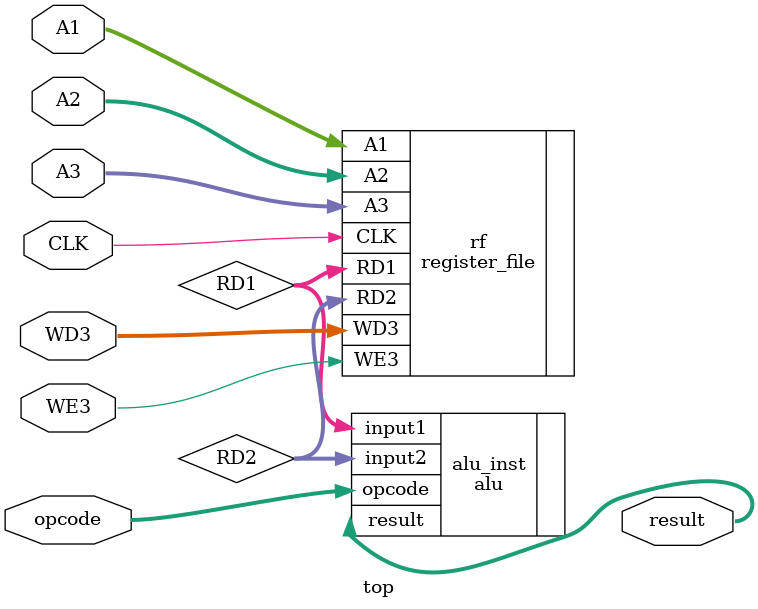
<source format=v>

module top (
    input wire CLK,
    input wire WE3,
    input wire [4:0] A1,
    input wire [4:0] A2,
    input wire [4:0] A3,
    input wire [31:0] WD3,
    input wire [1:0] opcode,
    output wire [31:0] result
);
    wire [31:0] RD1, RD2;

    register_file rf (
        .CLK(CLK),
        .WE3(WE3),
        .A1(A1),
        .A2(A2),
        .A3(A3),
        .WD3(WD3),
        .RD1(RD1),
        .RD2(RD2)
    );

    alu alu_inst (
        .input1(RD1),
        .input2(RD2),
        .opcode(opcode),
        .result(result)
    );
endmodule

</source>
